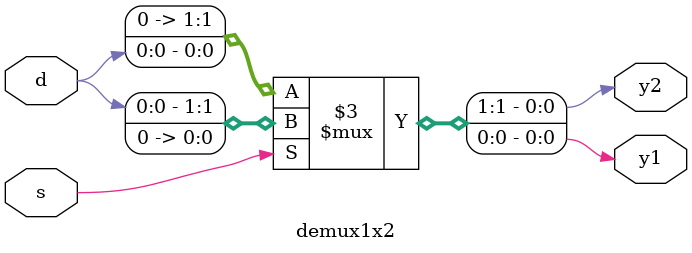
<source format=v>
module demux1x2(input s,input d, output reg y1,y2);
always @(*)
begin
  if(s) 
    {y2,y1} = {d,1'b0};
  else
    {y2,y1} = {1'b0,d};
end
endmodule
</source>
